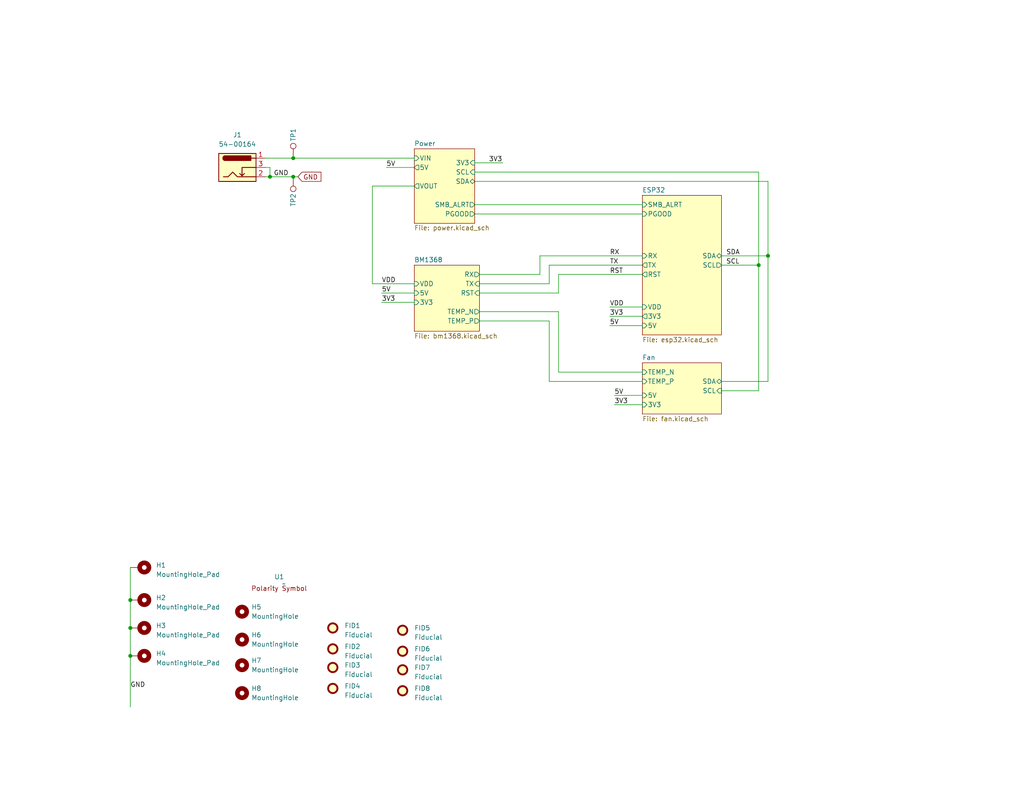
<source format=kicad_sch>
(kicad_sch (version 20231120) (generator "eeschema") (generator_version "8.0")
  (paper "A")
  (title_block (title "bitaxeSupra") (date "2024-04-07") (rev "402"))
  (lib_symbols
    (symbol "Connector:Barrel_Jack_Switch" (pin_names hide)
      (property "Reference" "J" (at 0 5.334 0))
      (property "Value" "Barrel_Jack_Switch" (at 0 -5.08 0))
      (symbol "Barrel_Jack_Switch_0_1"
        (rectangle (start -5.08 3.81) (end 5.08 -3.81) (stroke (width 0.254)) (fill (type background)))
        (arc (start -3.302 3.175) (mid -3.9343 2.54) (end -3.302 1.905) (stroke (width 0.254)))
        (arc (start -3.302 3.175) (mid -3.9343 2.54) (end -3.302 1.905) (stroke (width 0.254)) (fill (type outline)))
        (polyline (pts (xy 1.27 -2.286) (xy 1.905 -1.651)) (stroke (width 0.254)))
        (polyline (pts (xy 5.08 2.54) (xy 3.81 2.54)) (stroke (width 0.254)))
        (polyline (pts (xy 5.08 0) (xy 1.27 0) (xy 1.27 -2.286) (xy 0.635 -1.651)) (stroke (width 0.254)))
        (polyline (pts (xy -3.81 -2.54) (xy -2.54 -2.54) (xy -1.27 -1.27) (xy 0 -2.54) (xy 2.54 -2.54) (xy 5.08 -2.54)) (stroke (width 0.254)))
        (rectangle (start 3.683 3.175) (end -3.302 1.905) (stroke (width 0.254)) (fill (type outline)))
      )
      (symbol "Barrel_Jack_Switch_1_1"
        (pin power_out line (at 7.62 2.54 180) (length 2.54) (name "~") (number "1"))
        (pin power_out line (at 7.62 -2.54 180) (length 2.54) (name "~") (number "2"))
        (pin passive line (at 7.62 0 180) (length 2.54) (name "~") (number "3"))
      )
    )
    (symbol "Connector:TestPoint" (pin_numbers hide) (pin_names (offset 0.762) hide)
      (property "Reference" "TP" (at 0 6.858 0))
      (property "Value" "TestPoint" (at 0 5.08 0))
      (symbol "TestPoint_0_1"
        (circle (center 0 3.302) (radius 0.762))
      )
      (symbol "TestPoint_1_1"
        (pin passive line (at 0 0 90) (length 2.54) (name "1") (number "1"))
      )
    )
    (symbol "Mechanical:Fiducial"
      (property "Reference" "FID" (at 0 5.08 0))
      (property "Value" "Fiducial" (at 0 3.175 0))
      (symbol "Fiducial_0_1"
        (circle (center 0 0) (radius 1.27) (stroke (width 0.508)) (fill (type background)))
      )
    )
    (symbol "Mechanical:MountingHole" (pin_names (offset 1.016))
      (property "Reference" "H" (at 0 5.08 0))
      (property "Value" "MountingHole" (at 0 3.175 0))
      (symbol "MountingHole_0_1"
        (circle (center 0 0) (radius 1.27) (stroke (width 1.27)))
      )
    )
    (symbol "Mechanical:MountingHole_Pad" (pin_numbers hide) (pin_names (offset 1.016) hide)
      (property "Reference" "H" (at 0 6.35 0))
      (property "Value" "MountingHole_Pad" (at 0 4.445 0))
      (symbol "MountingHole_Pad_0_1"
        (circle (center 0 1.27) (radius 1.27) (stroke (width 1.27)))
      )
      (symbol "MountingHole_Pad_1_1"
        (pin input line (at 0 -2.54 90) (length 2.54) (name "1") (number "1"))
      )
    )
    (symbol "bitaxe:polarity" (in_bom no)
      (property "Reference" "U" (at 0 0 0))
      (symbol "polarity_1_1"
        (text "Polarity Symbol" (at -1.27 -1.27 0) (effects (font (size 1.27 1.27))))
      )
    )
  )
  (junction (at 73.66 48.26))
  (junction (at 209.55 69.85))
  (junction (at 35.56 179.07))
  (junction (at 80.01 43.18))
  (junction (at 35.56 171.45))
  (junction (at 207.01 72.39))
  (junction (at 80.01 48.26))
  (junction (at 35.56 163.83))
  (wire (pts (xy 73.66 45.72) (xy 73.66 48.26)))
  (wire (pts (xy 129.54 46.99) (xy 207.01 46.99)))
  (wire (pts (xy 152.4 101.6) (xy 175.26 101.6)))
  (wire (pts (xy 196.85 72.39) (xy 207.01 72.39)))
  (wire (pts (xy 80.01 48.26) (xy 81.28 48.26)))
  (wire (pts (xy 105.41 45.72) (xy 113.03 45.72)))
  (wire (pts (xy 147.32 74.93) (xy 147.32 69.85)))
  (wire (pts (xy 130.81 77.47) (xy 149.86 77.47)))
  (wire (pts (xy 166.37 88.9) (xy 175.26 88.9)))
  (wire (pts (xy 72.39 43.18) (xy 80.01 43.18)))
  (wire (pts (xy 72.39 48.26) (xy 73.66 48.26)))
  (wire (pts (xy 167.64 110.49) (xy 175.26 110.49)))
  (wire (pts (xy 209.55 49.53) (xy 209.55 69.85)))
  (wire (pts (xy 175.26 104.14) (xy 149.86 104.14)))
  (wire (pts (xy 152.4 74.93) (xy 175.26 74.93)))
  (wire (pts (xy 129.54 49.53) (xy 209.55 49.53)))
  (wire (pts (xy 73.66 48.26) (xy 80.01 48.26)))
  (wire (pts (xy 166.37 83.82) (xy 175.26 83.82)))
  (wire (pts (xy 207.01 72.39) (xy 207.01 106.68)))
  (wire (pts (xy 207.01 46.99) (xy 207.01 72.39)))
  (wire (pts (xy 196.85 69.85) (xy 209.55 69.85)))
  (wire (pts (xy 152.4 80.01) (xy 152.4 74.93)))
  (wire (pts (xy 35.56 163.83) (xy 35.56 171.45)))
  (wire (pts (xy 104.14 82.55) (xy 113.03 82.55)))
  (wire (pts (xy 130.81 74.93) (xy 147.32 74.93)))
  (wire (pts (xy 196.85 104.14) (xy 209.55 104.14)))
  (wire (pts (xy 72.39 45.72) (xy 73.66 45.72)))
  (wire (pts (xy 101.6 77.47) (xy 101.6 50.8)))
  (wire (pts (xy 130.81 85.09) (xy 152.4 85.09)))
  (wire (pts (xy 149.86 77.47) (xy 149.86 72.39)))
  (wire (pts (xy 196.85 106.68) (xy 207.01 106.68)))
  (wire (pts (xy 104.14 80.01) (xy 113.03 80.01)))
  (wire (pts (xy 149.86 87.63) (xy 130.81 87.63)))
  (wire (pts (xy 209.55 104.14) (xy 209.55 69.85)))
  (wire (pts (xy 129.54 58.42) (xy 175.26 58.42)))
  (wire (pts (xy 167.64 107.95) (xy 175.26 107.95)))
  (wire (pts (xy 129.54 55.88) (xy 175.26 55.88)))
  (wire (pts (xy 35.56 179.07) (xy 35.56 193.04)))
  (wire (pts (xy 35.56 154.94) (xy 35.56 163.83)))
  (wire (pts (xy 152.4 85.09) (xy 152.4 101.6)))
  (wire (pts (xy 147.32 69.85) (xy 175.26 69.85)))
  (wire (pts (xy 166.37 86.36) (xy 175.26 86.36)))
  (wire (pts (xy 113.03 77.47) (xy 101.6 77.47)))
  (wire (pts (xy 101.6 50.8) (xy 113.03 50.8)))
  (wire (pts (xy 130.81 80.01) (xy 152.4 80.01)))
  (wire (pts (xy 149.86 72.39) (xy 175.26 72.39)))
  (wire (pts (xy 35.56 171.45) (xy 35.56 179.07)))
  (wire (pts (xy 80.01 43.18) (xy 113.03 43.18)))
  (wire (pts (xy 149.86 104.14) (xy 149.86 87.63)))
  (wire (pts (xy 129.54 44.45) (xy 137.16 44.45)))
  (label "VDD" (at 166.37 83.82 0))
  (label "3V3" (at 104.14 82.55 0))
  (label "RST" (at 166.37 74.93 0))
  (label "VDD" (at 104.14 77.47 0))
  (label "5V" (at 105.41 45.72 0))
  (label "5V" (at 167.64 107.95 0))
  (label "SDA" (at 198.12 69.85 0))
  (label "GND" (at 35.56 187.96 0))
  (label "RX" (at 166.37 69.85 0))
  (label "3V3" (at 133.35 44.45 0))
  (label "3V3" (at 166.37 86.36 0))
  (label "SCL" (at 198.12 72.39 0))
  (label "5V" (at 166.37 88.9 0))
  (label "3V3" (at 167.64 110.49 0))
  (label "5V" (at 104.14 80.01 0))
  (label "GND" (at 78.74 48.26 180))
  (label "TX" (at 166.37 72.39 0))
  (global_label "GND" (shape input) (at 81.28 48.26 0) (property "Intersheetrefs" "${INTERSHEET_REFS}" (effects (hide yes))))
  (symbol (lib_id "Mechanical:Fiducial") (at 90.805 177.165 0) (unit 1) (in_bom no)
    (property "Reference" "FID2" (at 93.98 176.53 0) (effects (justify left)))
    (property "Value" "Fiducial" (at 93.98 179.07 0) (effects (justify left)))
    (property "Footprint" "Fiducial:Fiducial_1mm_Mask2mm" (effects (hide yes)))
  )
  (symbol (lib_id "Mechanical:Fiducial") (at 90.805 182.245 0) (unit 1) (in_bom no)
    (property "Reference" "FID3" (at 93.98 181.61 0) (effects (justify left)))
    (property "Value" "Fiducial" (at 93.98 184.15 0) (effects (justify left)))
    (property "Footprint" "Fiducial:Fiducial_1mm_Mask2mm" (effects (hide yes)))
  )
  (symbol (lib_id "Mechanical:Fiducial") (at 90.805 187.96 0) (unit 1) (in_bom no)
    (property "Reference" "FID4" (at 93.98 187.325 0) (effects (justify left)))
    (property "Value" "Fiducial" (at 93.98 189.865 0) (effects (justify left)))
    (property "Footprint" "Fiducial:Fiducial_1mm_Mask2mm" (effects (hide yes)))
  )
  (symbol (lib_id "Mechanical:Fiducial") (at 109.855 177.8 0) (unit 1) (in_bom no)
    (property "Reference" "FID6" (at 113.03 177.165 0) (effects (justify left)))
    (property "Value" "Fiducial" (at 113.03 179.705 0) (effects (justify left)))
    (property "Footprint" "Fiducial:Fiducial_1mm_Mask2mm" (effects (hide yes)))
  )
  (symbol (lib_id "Connector:TestPoint") (at 80.01 43.18 0) (unit 1) (in_bom no)
    (property "Reference" "TP1" (at 80.01 36.83 90))
    (property "Value" "TestPoint" (effects (hide yes)))
    (property "Footprint" "TestPoint:TestPoint_Pad_D1.5mm" (effects (hide yes)))
  )
  (symbol (lib_id "Connector:TestPoint") (at 80.01 48.26 180) (unit 1) (in_bom no)
    (property "Reference" "TP2" (at 80.01 54.61 90))
    (property "Value" "TestPoint" (effects (hide yes)))
    (property "Footprint" "TestPoint:TestPoint_Pad_D1.5mm" (effects (hide yes)))
  )
  (symbol (lib_id "Mechanical:MountingHole") (at 66.04 189.23 0) (unit 1) (in_bom no)
    (property "Reference" "H8" (at 68.58 187.9599 0) (effects (justify left)))
    (property "Value" "MountingHole" (at 68.58 190.4999 0) (effects (justify left)))
    (property "Footprint" "MountingHole:MountingHole_3.5mm" (effects (hide yes)))
  )
  (symbol (lib_id "Connector:Barrel_Jack_Switch") (at 64.77 45.72 0) (unit 1)
    (property "Reference" "J1" (at 64.77 36.83 0))
    (property "Value" "54-00164" (at 64.77 39.37 0))
    (property "Footprint" "bitaxe:TENSILITY_54-00164" (effects (hide yes)))
    (property "Datasheet" "https://tensility.s3.amazonaws.com/uploads/pdffiles/54-00164.pdf" (effects (hide yes)))
    (property "Description" "DC Barrel Jack with an internal switch" (effects (hide yes)))
    (property "DK" "839-54-00164CT-ND" (effects (hide yes)))
    (property "PARTNO" "54-00164" (effects (hide yes)))
    (property "LCSC" "C431534" (effects (hide yes)))
  )
  (symbol (lib_id "Mechanical:MountingHole_Pad") (at 38.1 154.94 270) (unit 1) (in_bom no)
    (property "Reference" "H1" (at 42.545 154.305 90) (effects (justify left)))
    (property "Value" "MountingHole_Pad" (at 42.545 156.845 90) (effects (justify left)))
    (property "Footprint" "MountingHole:MountingHole_3mm_Pad_Via" (effects (hide yes)))
  )
  (symbol (lib_id "Mechanical:MountingHole") (at 66.04 181.61 0) (unit 1) (in_bom no)
    (property "Reference" "H7" (at 68.58 180.3399 0) (effects (justify left)))
    (property "Value" "MountingHole" (at 68.58 182.8799 0) (effects (justify left)))
    (property "Footprint" "MountingHole:MountingHole_3.5mm" (effects (hide yes)))
  )
  (symbol (lib_id "Mechanical:Fiducial") (at 90.805 171.45 0) (unit 1) (in_bom no)
    (property "Reference" "FID1" (at 93.98 170.815 0) (effects (justify left)))
    (property "Value" "Fiducial" (at 93.98 173.355 0) (effects (justify left)))
    (property "Footprint" "Fiducial:Fiducial_1mm_Mask2mm" (effects (hide yes)))
  )
  (symbol (lib_id "Mechanical:Fiducial") (at 109.855 188.595 0) (unit 1) (in_bom no)
    (property "Reference" "FID8" (at 113.03 187.96 0) (effects (justify left)))
    (property "Value" "Fiducial" (at 113.03 190.5 0) (effects (justify left)))
    (property "Footprint" "Fiducial:Fiducial_1mm_Mask2mm" (effects (hide yes)))
  )
  (symbol (lib_id "Mechanical:Fiducial") (at 109.855 172.085 0) (unit 1) (in_bom no)
    (property "Reference" "FID5" (at 113.03 171.45 0) (effects (justify left)))
    (property "Value" "Fiducial" (at 113.03 173.99 0) (effects (justify left)))
    (property "Footprint" "Fiducial:Fiducial_1mm_Mask2mm" (effects (hide yes)))
  )
  (symbol (lib_id "Mechanical:MountingHole") (at 66.04 174.625 0) (unit 1) (in_bom no)
    (property "Reference" "H6" (at 68.58 173.3549 0) (effects (justify left)))
    (property "Value" "MountingHole" (at 68.58 175.8949 0) (effects (justify left)))
    (property "Footprint" "MountingHole:MountingHole_3.5mm" (effects (hide yes)))
  )
  (symbol (lib_id "Mechanical:Fiducial") (at 109.855 182.88 0) (unit 1) (in_bom no)
    (property "Reference" "FID7" (at 113.03 182.245 0) (effects (justify left)))
    (property "Value" "Fiducial" (at 113.03 184.785 0) (effects (justify left)))
    (property "Footprint" "Fiducial:Fiducial_1mm_Mask2mm" (effects (hide yes)))
  )
  (symbol (lib_id "Mechanical:MountingHole") (at 66.04 167.005 0) (unit 1) (in_bom no)
    (property "Reference" "H5" (at 68.58 165.7349 0) (effects (justify left)))
    (property "Value" "MountingHole" (at 68.58 168.2749 0) (effects (justify left)))
    (property "Footprint" "MountingHole:MountingHole_3.5mm" (effects (hide yes)))
  )
  (symbol (lib_id "Mechanical:MountingHole_Pad") (at 38.1 171.45 270) (unit 1) (in_bom no)
    (property "Reference" "H3" (at 42.545 170.815 90) (effects (justify left)))
    (property "Value" "MountingHole_Pad" (at 42.545 173.355 90) (effects (justify left)))
    (property "Footprint" "MountingHole:MountingHole_3mm" (effects (hide yes)))
  )
  (symbol (lib_id "Mechanical:MountingHole_Pad") (at 38.1 163.83 270) (unit 1) (in_bom no)
    (property "Reference" "H2" (at 42.545 163.195 90) (effects (justify left)))
    (property "Value" "MountingHole_Pad" (at 42.545 165.735 90) (effects (justify left)))
    (property "Footprint" "MountingHole:MountingHole_3mm_Pad_Via" (effects (hide yes)))
  )
  (symbol (lib_id "Mechanical:MountingHole_Pad") (at 38.1 179.07 270) (unit 1) (in_bom no)
    (property "Reference" "H4" (at 42.545 178.435 90) (effects (justify left)))
    (property "Value" "MountingHole_Pad" (at 42.545 180.975 90) (effects (justify left)))
    (property "Footprint" "MountingHole:MountingHole_3mm_Pad_Via" (effects (hide yes)))
  )
  (symbol (lib_id "bitaxe:polarity") (at 77.47 159.385 0) (unit 1) (in_bom no)
    (property "Reference" "U1" (at 76.2 157.48 0))
    (property "Value" "~" (at 77.47 159.385 0))
    (property "Footprint" "bitaxe:polarity" (effects (hide yes)))
  )
  (sheet (at 113.03 72.39) (size 17.78 18.034) (stroke (width 0.1524)) (fill (color 255 255 194 1.0000))
    (property "Sheetname" "BM1368" (at 113.03 71.6784 0) (effects (justify left bottom)))
    (property "Sheetfile" "bm1368.kicad_sch" (at 113.03 91.0086 0) (effects (justify left top)))
    (pin "TX" input (at 130.81 77.47 0))
    (pin "RX" output (at 130.81 74.93 0))
    (pin "RST" input (at 130.81 80.01 0))
    (pin "3V3" input (at 113.03 82.55 180))
    (pin "5V" input (at 113.03 80.01 180))
    (pin "VDD" input (at 113.03 77.47 180))
    (pin "TEMP_N" output (at 130.81 85.09 0))
    (pin "TEMP_P" output (at 130.81 87.63 0))
  )
  (sheet (at 175.26 99.06) (size 21.59 13.97) (stroke (width 0.1524)) (fill (color 255 255 194 1.0000))
    (property "Sheetname" "Fan" (at 175.26 98.3484 0) (effects (justify left bottom)))
    (property "Sheetfile" "fan.kicad_sch" (at 175.26 113.6146 0) (effects (justify left top)))
    (pin "SDA" bidirectional (at 196.85 104.14 0))
    (pin "SCL" input (at 196.85 106.68 0))
    (pin "5V" input (at 175.26 107.95 180))
    (pin "3V3" input (at 175.26 110.49 180))
    (pin "TEMP_N" input (at 175.26 101.6 180))
    (pin "TEMP_P" input (at 175.26 104.14 180))
  )
  (sheet (at 113.03 40.64) (size 16.51 20.32) (stroke (width 0.1524)) (fill (color 255 255 194 1.0000))
    (property "Sheetname" "Power" (at 113.03 39.9284 0) (effects (justify left bottom)))
    (property "Sheetfile" "power.kicad_sch" (at 113.03 61.468 0) (effects (justify left top)))
    (pin "VOUT" output (at 113.03 50.8 180))
    (pin "VIN" input (at 113.03 43.18 180))
    (pin "SCL" input (at 129.54 46.99 0))
    (pin "SDA" bidirectional (at 129.54 49.53 0))
    (pin "5V" output (at 113.03 45.72 180))
    (pin "3V3" input (at 129.54 44.45 0))
    (pin "PGOOD" output (at 129.54 58.42 0))
    (pin "SMB_ALRT" output (at 129.54 55.88 0))
  )
  (sheet (at 175.26 53.34) (size 21.59 38.1) (stroke (width 0.1524)) (fill (color 255 255 194 1.0000))
    (property "Sheetname" "ESP32" (at 175.26 52.6284 0) (effects (justify left bottom)))
    (property "Sheetfile" "esp32.kicad_sch" (at 175.26 92.0246 0) (effects (justify left top)))
    (pin "SDA" bidirectional (at 196.85 69.85 0))
    (pin "SCL" output (at 196.85 72.39 0))
    (pin "RX" input (at 175.26 69.85 180))
    (pin "TX" output (at 175.26 72.39 180))
    (pin "RST" output (at 175.26 74.93 180))
    (pin "5V" input (at 175.26 88.9 180))
    (pin "3V3" output (at 175.26 86.36 180))
    (pin "PGOOD" input (at 175.26 58.42 180))
    (pin "VDD" input (at 175.26 83.82 180))
    (pin "SMB_ALRT" input (at 175.26 55.88 180))
  )
)
</source>
